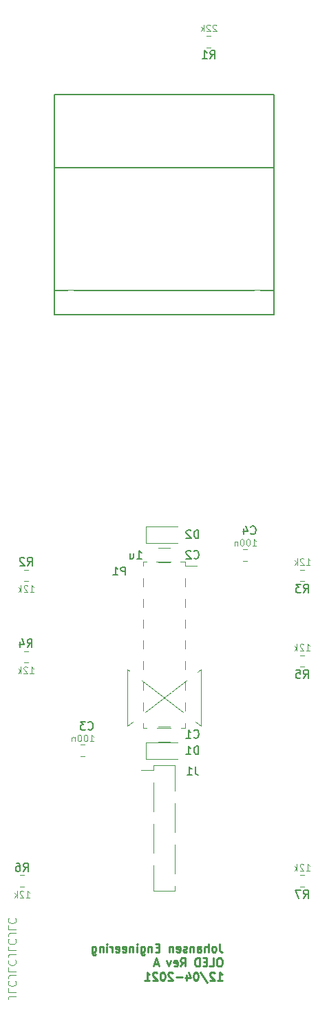
<source format=gbo>
G04 #@! TF.GenerationSoftware,KiCad,Pcbnew,(5.1.9)-1*
G04 #@! TF.CreationDate,2021-04-12T22:44:31+02:00*
G04 #@! TF.ProjectId,KicadJE_Face,4b696361-644a-4455-9f46-6163652e6b69,rev?*
G04 #@! TF.SameCoordinates,Original*
G04 #@! TF.FileFunction,Legend,Bot*
G04 #@! TF.FilePolarity,Positive*
%FSLAX46Y46*%
G04 Gerber Fmt 4.6, Leading zero omitted, Abs format (unit mm)*
G04 Created by KiCad (PCBNEW (5.1.9)-1) date 2021-04-12 22:44:31*
%MOMM*%
%LPD*%
G01*
G04 APERTURE LIST*
%ADD10C,0.120000*%
%ADD11C,0.150000*%
%ADD12C,0.100000*%
%ADD13C,0.250000*%
%ADD14O,7.102000X4.102000*%
%ADD15C,6.602000*%
%ADD16C,2.902000*%
G04 APERTURE END LIST*
D10*
X208500000Y-123000000D02*
X208500000Y-130000000D01*
X217500000Y-130000000D02*
X208500000Y-123000000D01*
X217500000Y-123000000D02*
X217500000Y-130000000D01*
X208500000Y-130000000D02*
X217500000Y-123000000D01*
D11*
X226500000Y-76500000D02*
X199500000Y-76500000D01*
X226500000Y-52500000D02*
X199500000Y-52500000D01*
X226500000Y-79500000D02*
X199500000Y-79500000D01*
X226500000Y-61500000D02*
X199500000Y-61500000D01*
X226500000Y-79500000D02*
X226500000Y-52500000D01*
X199500000Y-79500000D02*
X199500000Y-52500000D01*
D12*
X194797619Y-163119047D02*
X194083333Y-163119047D01*
X193940476Y-163166666D01*
X193845238Y-163261904D01*
X193797619Y-163404761D01*
X193797619Y-163500000D01*
X193797619Y-162166666D02*
X193797619Y-162642857D01*
X194797619Y-162642857D01*
X193892857Y-161261904D02*
X193845238Y-161309523D01*
X193797619Y-161452380D01*
X193797619Y-161547619D01*
X193845238Y-161690476D01*
X193940476Y-161785714D01*
X194035714Y-161833333D01*
X194226190Y-161880952D01*
X194369047Y-161880952D01*
X194559523Y-161833333D01*
X194654761Y-161785714D01*
X194750000Y-161690476D01*
X194797619Y-161547619D01*
X194797619Y-161452380D01*
X194750000Y-161309523D01*
X194702380Y-161261904D01*
X194797619Y-160547619D02*
X194083333Y-160547619D01*
X193940476Y-160595238D01*
X193845238Y-160690476D01*
X193797619Y-160833333D01*
X193797619Y-160928571D01*
X193797619Y-159595238D02*
X193797619Y-160071428D01*
X194797619Y-160071428D01*
X193892857Y-158690476D02*
X193845238Y-158738095D01*
X193797619Y-158880952D01*
X193797619Y-158976190D01*
X193845238Y-159119047D01*
X193940476Y-159214285D01*
X194035714Y-159261904D01*
X194226190Y-159309523D01*
X194369047Y-159309523D01*
X194559523Y-159261904D01*
X194654761Y-159214285D01*
X194750000Y-159119047D01*
X194797619Y-158976190D01*
X194797619Y-158880952D01*
X194750000Y-158738095D01*
X194702380Y-158690476D01*
X194797619Y-157976190D02*
X194083333Y-157976190D01*
X193940476Y-158023809D01*
X193845238Y-158119047D01*
X193797619Y-158261904D01*
X193797619Y-158357142D01*
X193797619Y-157023809D02*
X193797619Y-157500000D01*
X194797619Y-157500000D01*
X193892857Y-156119047D02*
X193845238Y-156166666D01*
X193797619Y-156309523D01*
X193797619Y-156404761D01*
X193845238Y-156547619D01*
X193940476Y-156642857D01*
X194035714Y-156690476D01*
X194226190Y-156738095D01*
X194369047Y-156738095D01*
X194559523Y-156690476D01*
X194654761Y-156642857D01*
X194750000Y-156547619D01*
X194797619Y-156404761D01*
X194797619Y-156309523D01*
X194750000Y-156166666D01*
X194702380Y-156119047D01*
X194797619Y-155404761D02*
X194083333Y-155404761D01*
X193940476Y-155452380D01*
X193845238Y-155547619D01*
X193797619Y-155690476D01*
X193797619Y-155785714D01*
X193797619Y-154452380D02*
X193797619Y-154928571D01*
X194797619Y-154928571D01*
X193892857Y-153547619D02*
X193845238Y-153595238D01*
X193797619Y-153738095D01*
X193797619Y-153833333D01*
X193845238Y-153976190D01*
X193940476Y-154071428D01*
X194035714Y-154119047D01*
X194226190Y-154166666D01*
X194369047Y-154166666D01*
X194559523Y-154119047D01*
X194654761Y-154071428D01*
X194750000Y-153976190D01*
X194797619Y-153833333D01*
X194797619Y-153738095D01*
X194750000Y-153595238D01*
X194702380Y-153547619D01*
D13*
X219813690Y-156702380D02*
X219813690Y-157416666D01*
X219861309Y-157559523D01*
X219956547Y-157654761D01*
X220099404Y-157702380D01*
X220194642Y-157702380D01*
X219194642Y-157702380D02*
X219289880Y-157654761D01*
X219337500Y-157607142D01*
X219385119Y-157511904D01*
X219385119Y-157226190D01*
X219337500Y-157130952D01*
X219289880Y-157083333D01*
X219194642Y-157035714D01*
X219051785Y-157035714D01*
X218956547Y-157083333D01*
X218908928Y-157130952D01*
X218861309Y-157226190D01*
X218861309Y-157511904D01*
X218908928Y-157607142D01*
X218956547Y-157654761D01*
X219051785Y-157702380D01*
X219194642Y-157702380D01*
X218432738Y-157702380D02*
X218432738Y-156702380D01*
X218004166Y-157702380D02*
X218004166Y-157178571D01*
X218051785Y-157083333D01*
X218147023Y-157035714D01*
X218289880Y-157035714D01*
X218385119Y-157083333D01*
X218432738Y-157130952D01*
X217099404Y-157702380D02*
X217099404Y-157178571D01*
X217147023Y-157083333D01*
X217242261Y-157035714D01*
X217432738Y-157035714D01*
X217527976Y-157083333D01*
X217099404Y-157654761D02*
X217194642Y-157702380D01*
X217432738Y-157702380D01*
X217527976Y-157654761D01*
X217575595Y-157559523D01*
X217575595Y-157464285D01*
X217527976Y-157369047D01*
X217432738Y-157321428D01*
X217194642Y-157321428D01*
X217099404Y-157273809D01*
X216623214Y-157035714D02*
X216623214Y-157702380D01*
X216623214Y-157130952D02*
X216575595Y-157083333D01*
X216480357Y-157035714D01*
X216337500Y-157035714D01*
X216242261Y-157083333D01*
X216194642Y-157178571D01*
X216194642Y-157702380D01*
X215766071Y-157654761D02*
X215670833Y-157702380D01*
X215480357Y-157702380D01*
X215385119Y-157654761D01*
X215337500Y-157559523D01*
X215337500Y-157511904D01*
X215385119Y-157416666D01*
X215480357Y-157369047D01*
X215623214Y-157369047D01*
X215718452Y-157321428D01*
X215766071Y-157226190D01*
X215766071Y-157178571D01*
X215718452Y-157083333D01*
X215623214Y-157035714D01*
X215480357Y-157035714D01*
X215385119Y-157083333D01*
X214527976Y-157654761D02*
X214623214Y-157702380D01*
X214813690Y-157702380D01*
X214908928Y-157654761D01*
X214956547Y-157559523D01*
X214956547Y-157178571D01*
X214908928Y-157083333D01*
X214813690Y-157035714D01*
X214623214Y-157035714D01*
X214527976Y-157083333D01*
X214480357Y-157178571D01*
X214480357Y-157273809D01*
X214956547Y-157369047D01*
X214051785Y-157035714D02*
X214051785Y-157702380D01*
X214051785Y-157130952D02*
X214004166Y-157083333D01*
X213908928Y-157035714D01*
X213766071Y-157035714D01*
X213670833Y-157083333D01*
X213623214Y-157178571D01*
X213623214Y-157702380D01*
X212385119Y-157178571D02*
X212051785Y-157178571D01*
X211908928Y-157702380D02*
X212385119Y-157702380D01*
X212385119Y-156702380D01*
X211908928Y-156702380D01*
X211480357Y-157035714D02*
X211480357Y-157702380D01*
X211480357Y-157130952D02*
X211432738Y-157083333D01*
X211337500Y-157035714D01*
X211194642Y-157035714D01*
X211099404Y-157083333D01*
X211051785Y-157178571D01*
X211051785Y-157702380D01*
X210147023Y-157035714D02*
X210147023Y-157845238D01*
X210194642Y-157940476D01*
X210242261Y-157988095D01*
X210337500Y-158035714D01*
X210480357Y-158035714D01*
X210575595Y-157988095D01*
X210147023Y-157654761D02*
X210242261Y-157702380D01*
X210432738Y-157702380D01*
X210527976Y-157654761D01*
X210575595Y-157607142D01*
X210623214Y-157511904D01*
X210623214Y-157226190D01*
X210575595Y-157130952D01*
X210527976Y-157083333D01*
X210432738Y-157035714D01*
X210242261Y-157035714D01*
X210147023Y-157083333D01*
X209670833Y-157702380D02*
X209670833Y-157035714D01*
X209670833Y-156702380D02*
X209718452Y-156750000D01*
X209670833Y-156797619D01*
X209623214Y-156750000D01*
X209670833Y-156702380D01*
X209670833Y-156797619D01*
X209194642Y-157035714D02*
X209194642Y-157702380D01*
X209194642Y-157130952D02*
X209147023Y-157083333D01*
X209051785Y-157035714D01*
X208908928Y-157035714D01*
X208813690Y-157083333D01*
X208766071Y-157178571D01*
X208766071Y-157702380D01*
X207908928Y-157654761D02*
X208004166Y-157702380D01*
X208194642Y-157702380D01*
X208289880Y-157654761D01*
X208337500Y-157559523D01*
X208337500Y-157178571D01*
X208289880Y-157083333D01*
X208194642Y-157035714D01*
X208004166Y-157035714D01*
X207908928Y-157083333D01*
X207861309Y-157178571D01*
X207861309Y-157273809D01*
X208337500Y-157369047D01*
X207051785Y-157654761D02*
X207147023Y-157702380D01*
X207337500Y-157702380D01*
X207432738Y-157654761D01*
X207480357Y-157559523D01*
X207480357Y-157178571D01*
X207432738Y-157083333D01*
X207337500Y-157035714D01*
X207147023Y-157035714D01*
X207051785Y-157083333D01*
X207004166Y-157178571D01*
X207004166Y-157273809D01*
X207480357Y-157369047D01*
X206575595Y-157702380D02*
X206575595Y-157035714D01*
X206575595Y-157226190D02*
X206527976Y-157130952D01*
X206480357Y-157083333D01*
X206385119Y-157035714D01*
X206289880Y-157035714D01*
X205956547Y-157702380D02*
X205956547Y-157035714D01*
X205956547Y-156702380D02*
X206004166Y-156750000D01*
X205956547Y-156797619D01*
X205908928Y-156750000D01*
X205956547Y-156702380D01*
X205956547Y-156797619D01*
X205480357Y-157035714D02*
X205480357Y-157702380D01*
X205480357Y-157130952D02*
X205432738Y-157083333D01*
X205337500Y-157035714D01*
X205194642Y-157035714D01*
X205099404Y-157083333D01*
X205051785Y-157178571D01*
X205051785Y-157702380D01*
X204147023Y-157035714D02*
X204147023Y-157845238D01*
X204194642Y-157940476D01*
X204242261Y-157988095D01*
X204337500Y-158035714D01*
X204480357Y-158035714D01*
X204575595Y-157988095D01*
X204147023Y-157654761D02*
X204242261Y-157702380D01*
X204432738Y-157702380D01*
X204527976Y-157654761D01*
X204575595Y-157607142D01*
X204623214Y-157511904D01*
X204623214Y-157226190D01*
X204575595Y-157130952D01*
X204527976Y-157083333D01*
X204432738Y-157035714D01*
X204242261Y-157035714D01*
X204147023Y-157083333D01*
X219908928Y-158452380D02*
X219718452Y-158452380D01*
X219623214Y-158500000D01*
X219527976Y-158595238D01*
X219480357Y-158785714D01*
X219480357Y-159119047D01*
X219527976Y-159309523D01*
X219623214Y-159404761D01*
X219718452Y-159452380D01*
X219908928Y-159452380D01*
X220004166Y-159404761D01*
X220099404Y-159309523D01*
X220147023Y-159119047D01*
X220147023Y-158785714D01*
X220099404Y-158595238D01*
X220004166Y-158500000D01*
X219908928Y-158452380D01*
X218575595Y-159452380D02*
X219051785Y-159452380D01*
X219051785Y-158452380D01*
X218242261Y-158928571D02*
X217908928Y-158928571D01*
X217766071Y-159452380D02*
X218242261Y-159452380D01*
X218242261Y-158452380D01*
X217766071Y-158452380D01*
X217337500Y-159452380D02*
X217337500Y-158452380D01*
X217099404Y-158452380D01*
X216956547Y-158500000D01*
X216861309Y-158595238D01*
X216813690Y-158690476D01*
X216766071Y-158880952D01*
X216766071Y-159023809D01*
X216813690Y-159214285D01*
X216861309Y-159309523D01*
X216956547Y-159404761D01*
X217099404Y-159452380D01*
X217337500Y-159452380D01*
X215004166Y-159452380D02*
X215337499Y-158976190D01*
X215575595Y-159452380D02*
X215575595Y-158452380D01*
X215194642Y-158452380D01*
X215099404Y-158500000D01*
X215051785Y-158547619D01*
X215004166Y-158642857D01*
X215004166Y-158785714D01*
X215051785Y-158880952D01*
X215099404Y-158928571D01*
X215194642Y-158976190D01*
X215575595Y-158976190D01*
X214194642Y-159404761D02*
X214289880Y-159452380D01*
X214480357Y-159452380D01*
X214575595Y-159404761D01*
X214623214Y-159309523D01*
X214623214Y-158928571D01*
X214575595Y-158833333D01*
X214480357Y-158785714D01*
X214289880Y-158785714D01*
X214194642Y-158833333D01*
X214147023Y-158928571D01*
X214147023Y-159023809D01*
X214623214Y-159119047D01*
X213813690Y-158785714D02*
X213575595Y-159452380D01*
X213337499Y-158785714D01*
X212242261Y-159166666D02*
X211766071Y-159166666D01*
X212337499Y-159452380D02*
X212004166Y-158452380D01*
X211670833Y-159452380D01*
X219575595Y-161202380D02*
X220147023Y-161202380D01*
X219861309Y-161202380D02*
X219861309Y-160202380D01*
X219956547Y-160345238D01*
X220051785Y-160440476D01*
X220147023Y-160488095D01*
X219194642Y-160297619D02*
X219147023Y-160250000D01*
X219051785Y-160202380D01*
X218813690Y-160202380D01*
X218718452Y-160250000D01*
X218670833Y-160297619D01*
X218623214Y-160392857D01*
X218623214Y-160488095D01*
X218670833Y-160630952D01*
X219242261Y-161202380D01*
X218623214Y-161202380D01*
X217480357Y-160154761D02*
X218337500Y-161440476D01*
X216956547Y-160202380D02*
X216861309Y-160202380D01*
X216766071Y-160250000D01*
X216718452Y-160297619D01*
X216670833Y-160392857D01*
X216623214Y-160583333D01*
X216623214Y-160821428D01*
X216670833Y-161011904D01*
X216718452Y-161107142D01*
X216766071Y-161154761D01*
X216861309Y-161202380D01*
X216956547Y-161202380D01*
X217051785Y-161154761D01*
X217099404Y-161107142D01*
X217147023Y-161011904D01*
X217194642Y-160821428D01*
X217194642Y-160583333D01*
X217147023Y-160392857D01*
X217099404Y-160297619D01*
X217051785Y-160250000D01*
X216956547Y-160202380D01*
X215766071Y-160535714D02*
X215766071Y-161202380D01*
X216004166Y-160154761D02*
X216242261Y-160869047D01*
X215623214Y-160869047D01*
X215242261Y-160821428D02*
X214480357Y-160821428D01*
X214051785Y-160297619D02*
X214004166Y-160250000D01*
X213908928Y-160202380D01*
X213670833Y-160202380D01*
X213575595Y-160250000D01*
X213527976Y-160297619D01*
X213480357Y-160392857D01*
X213480357Y-160488095D01*
X213527976Y-160630952D01*
X214099404Y-161202380D01*
X213480357Y-161202380D01*
X212861309Y-160202380D02*
X212766071Y-160202380D01*
X212670833Y-160250000D01*
X212623214Y-160297619D01*
X212575595Y-160392857D01*
X212527976Y-160583333D01*
X212527976Y-160821428D01*
X212575595Y-161011904D01*
X212623214Y-161107142D01*
X212670833Y-161154761D01*
X212766071Y-161202380D01*
X212861309Y-161202380D01*
X212956547Y-161154761D01*
X213004166Y-161107142D01*
X213051785Y-161011904D01*
X213099404Y-160821428D01*
X213099404Y-160583333D01*
X213051785Y-160392857D01*
X213004166Y-160297619D01*
X212956547Y-160250000D01*
X212861309Y-160202380D01*
X212147023Y-160297619D02*
X212099404Y-160250000D01*
X212004166Y-160202380D01*
X211766071Y-160202380D01*
X211670833Y-160250000D01*
X211623214Y-160297619D01*
X211575595Y-160392857D01*
X211575595Y-160488095D01*
X211623214Y-160630952D01*
X212194642Y-161202380D01*
X211575595Y-161202380D01*
X210623214Y-161202380D02*
X211194642Y-161202380D01*
X210908928Y-161202380D02*
X210908928Y-160202380D01*
X211004166Y-160345238D01*
X211099404Y-160440476D01*
X211194642Y-160488095D01*
D10*
X212288748Y-131910000D02*
X213711252Y-131910000D01*
X212288748Y-130090000D02*
X213711252Y-130090000D01*
X212288748Y-108090000D02*
X213711252Y-108090000D01*
X212288748Y-109910000D02*
X213711252Y-109910000D01*
X203236252Y-132290000D02*
X202713748Y-132290000D01*
X203236252Y-133710000D02*
X202713748Y-133710000D01*
X223236252Y-109710000D02*
X222713748Y-109710000D01*
X223236252Y-108290000D02*
X222713748Y-108290000D01*
X210750000Y-134000000D02*
X210750000Y-132000000D01*
X210750000Y-132000000D02*
X214650000Y-132000000D01*
X210750000Y-134000000D02*
X214650000Y-134000000D01*
X210750000Y-107500000D02*
X214650000Y-107500000D01*
X210750000Y-105500000D02*
X214650000Y-105500000D01*
X210750000Y-107500000D02*
X210750000Y-105500000D01*
X218238748Y-46710000D02*
X218761252Y-46710000D01*
X218238748Y-45290000D02*
X218761252Y-45290000D01*
X196286252Y-112210000D02*
X195763748Y-112210000D01*
X196286252Y-110790000D02*
X195763748Y-110790000D01*
X229738748Y-112210000D02*
X230261252Y-112210000D01*
X229738748Y-110790000D02*
X230261252Y-110790000D01*
X196261252Y-122210000D02*
X195738748Y-122210000D01*
X196261252Y-120790000D02*
X195738748Y-120790000D01*
X229713748Y-121290000D02*
X230236252Y-121290000D01*
X229713748Y-122710000D02*
X230236252Y-122710000D01*
X195786252Y-149710000D02*
X195263748Y-149710000D01*
X195786252Y-148290000D02*
X195263748Y-148290000D01*
X229713748Y-149710000D02*
X230236252Y-149710000D01*
X229713748Y-148290000D02*
X230236252Y-148290000D01*
X214330000Y-144530000D02*
X214330000Y-148090000D01*
X214330000Y-139450000D02*
X214330000Y-143010000D01*
X214330000Y-149610000D02*
X214330000Y-150180000D01*
X211670000Y-134820000D02*
X211670000Y-135390000D01*
X211670000Y-135390000D02*
X210150000Y-135390000D01*
X214330000Y-134820000D02*
X214330000Y-137930000D01*
X211670000Y-147070000D02*
X211670000Y-150180000D01*
X211670000Y-141990000D02*
X211670000Y-145550000D01*
X211670000Y-136910000D02*
X211670000Y-140470000D01*
X214330000Y-150180000D02*
X211670000Y-150180000D01*
X214330000Y-134820000D02*
X211670000Y-134820000D01*
X210400000Y-127110000D02*
X210400000Y-128130000D01*
X215600000Y-127110000D02*
X215600000Y-128130000D01*
X210400000Y-124570000D02*
X210400000Y-125590000D01*
X215600000Y-124570000D02*
X215600000Y-125590000D01*
X210400000Y-122030000D02*
X210400000Y-123050000D01*
X215600000Y-122030000D02*
X215600000Y-123050000D01*
X210400000Y-119490000D02*
X210400000Y-120510000D01*
X215600000Y-119490000D02*
X215600000Y-120510000D01*
X210400000Y-116950000D02*
X210400000Y-117970000D01*
X215600000Y-116950000D02*
X215600000Y-117970000D01*
X210400000Y-114410000D02*
X210400000Y-115430000D01*
X215600000Y-114410000D02*
X215600000Y-115430000D01*
X210400000Y-111870000D02*
X210400000Y-112890000D01*
X215600000Y-111870000D02*
X215600000Y-112890000D01*
X210400000Y-129650000D02*
X210400000Y-130220000D01*
X215600000Y-129650000D02*
X215600000Y-130220000D01*
X210400000Y-109780000D02*
X210400000Y-110350000D01*
X215600000Y-109780000D02*
X215600000Y-110350000D01*
X217040000Y-110350000D02*
X215600000Y-110350000D01*
X215600000Y-130220000D02*
X210400000Y-130220000D01*
X215600000Y-109780000D02*
X210400000Y-109780000D01*
D11*
X216666666Y-131357142D02*
X216714285Y-131404761D01*
X216857142Y-131452380D01*
X216952380Y-131452380D01*
X217095238Y-131404761D01*
X217190476Y-131309523D01*
X217238095Y-131214285D01*
X217285714Y-131023809D01*
X217285714Y-130880952D01*
X217238095Y-130690476D01*
X217190476Y-130595238D01*
X217095238Y-130500000D01*
X216952380Y-130452380D01*
X216857142Y-130452380D01*
X216714285Y-130500000D01*
X216666666Y-130547619D01*
X215714285Y-131452380D02*
X216285714Y-131452380D01*
X216000000Y-131452380D02*
X216000000Y-130452380D01*
X216095238Y-130595238D01*
X216190476Y-130690476D01*
X216285714Y-130738095D01*
X216666666Y-109357142D02*
X216714285Y-109404761D01*
X216857142Y-109452380D01*
X216952380Y-109452380D01*
X217095238Y-109404761D01*
X217190476Y-109309523D01*
X217238095Y-109214285D01*
X217285714Y-109023809D01*
X217285714Y-108880952D01*
X217238095Y-108690476D01*
X217190476Y-108595238D01*
X217095238Y-108500000D01*
X216952380Y-108452380D01*
X216857142Y-108452380D01*
X216714285Y-108500000D01*
X216666666Y-108547619D01*
X216285714Y-108547619D02*
X216238095Y-108500000D01*
X216142857Y-108452380D01*
X215904761Y-108452380D01*
X215809523Y-108500000D01*
X215761904Y-108547619D01*
X215714285Y-108642857D01*
X215714285Y-108738095D01*
X215761904Y-108880952D01*
X216333333Y-109452380D01*
X215714285Y-109452380D01*
X209666666Y-109452380D02*
X210238095Y-109452380D01*
X209952380Y-109452380D02*
X209952380Y-108452380D01*
X210047619Y-108595238D01*
X210142857Y-108690476D01*
X210238095Y-108738095D01*
X208809523Y-108785714D02*
X208809523Y-109452380D01*
X209238095Y-108785714D02*
X209238095Y-109309523D01*
X209190476Y-109404761D01*
X209095238Y-109452380D01*
X208952380Y-109452380D01*
X208857142Y-109404761D01*
X208809523Y-109357142D01*
X203666666Y-130357142D02*
X203714285Y-130404761D01*
X203857142Y-130452380D01*
X203952380Y-130452380D01*
X204095238Y-130404761D01*
X204190476Y-130309523D01*
X204238095Y-130214285D01*
X204285714Y-130023809D01*
X204285714Y-129880952D01*
X204238095Y-129690476D01*
X204190476Y-129595238D01*
X204095238Y-129500000D01*
X203952380Y-129452380D01*
X203857142Y-129452380D01*
X203714285Y-129500000D01*
X203666666Y-129547619D01*
X203333333Y-129452380D02*
X202714285Y-129452380D01*
X203047619Y-129833333D01*
X202904761Y-129833333D01*
X202809523Y-129880952D01*
X202761904Y-129928571D01*
X202714285Y-130023809D01*
X202714285Y-130261904D01*
X202761904Y-130357142D01*
X202809523Y-130404761D01*
X202904761Y-130452380D01*
X203190476Y-130452380D01*
X203285714Y-130404761D01*
X203333333Y-130357142D01*
D12*
X203870238Y-131861904D02*
X204327380Y-131861904D01*
X204098809Y-131861904D02*
X204098809Y-131061904D01*
X204175000Y-131176190D01*
X204251190Y-131252380D01*
X204327380Y-131290476D01*
X203375000Y-131061904D02*
X203298809Y-131061904D01*
X203222619Y-131100000D01*
X203184523Y-131138095D01*
X203146428Y-131214285D01*
X203108333Y-131366666D01*
X203108333Y-131557142D01*
X203146428Y-131709523D01*
X203184523Y-131785714D01*
X203222619Y-131823809D01*
X203298809Y-131861904D01*
X203375000Y-131861904D01*
X203451190Y-131823809D01*
X203489285Y-131785714D01*
X203527380Y-131709523D01*
X203565476Y-131557142D01*
X203565476Y-131366666D01*
X203527380Y-131214285D01*
X203489285Y-131138095D01*
X203451190Y-131100000D01*
X203375000Y-131061904D01*
X202613095Y-131061904D02*
X202536904Y-131061904D01*
X202460714Y-131100000D01*
X202422619Y-131138095D01*
X202384523Y-131214285D01*
X202346428Y-131366666D01*
X202346428Y-131557142D01*
X202384523Y-131709523D01*
X202422619Y-131785714D01*
X202460714Y-131823809D01*
X202536904Y-131861904D01*
X202613095Y-131861904D01*
X202689285Y-131823809D01*
X202727380Y-131785714D01*
X202765476Y-131709523D01*
X202803571Y-131557142D01*
X202803571Y-131366666D01*
X202765476Y-131214285D01*
X202727380Y-131138095D01*
X202689285Y-131100000D01*
X202613095Y-131061904D01*
X202003571Y-131328571D02*
X202003571Y-131861904D01*
X202003571Y-131404761D02*
X201965476Y-131366666D01*
X201889285Y-131328571D01*
X201775000Y-131328571D01*
X201698809Y-131366666D01*
X201660714Y-131442857D01*
X201660714Y-131861904D01*
D11*
X223666666Y-106357142D02*
X223714285Y-106404761D01*
X223857142Y-106452380D01*
X223952380Y-106452380D01*
X224095238Y-106404761D01*
X224190476Y-106309523D01*
X224238095Y-106214285D01*
X224285714Y-106023809D01*
X224285714Y-105880952D01*
X224238095Y-105690476D01*
X224190476Y-105595238D01*
X224095238Y-105500000D01*
X223952380Y-105452380D01*
X223857142Y-105452380D01*
X223714285Y-105500000D01*
X223666666Y-105547619D01*
X222809523Y-105785714D02*
X222809523Y-106452380D01*
X223047619Y-105404761D02*
X223285714Y-106119047D01*
X222666666Y-106119047D01*
D12*
X223870238Y-107861904D02*
X224327380Y-107861904D01*
X224098809Y-107861904D02*
X224098809Y-107061904D01*
X224175000Y-107176190D01*
X224251190Y-107252380D01*
X224327380Y-107290476D01*
X223375000Y-107061904D02*
X223298809Y-107061904D01*
X223222619Y-107100000D01*
X223184523Y-107138095D01*
X223146428Y-107214285D01*
X223108333Y-107366666D01*
X223108333Y-107557142D01*
X223146428Y-107709523D01*
X223184523Y-107785714D01*
X223222619Y-107823809D01*
X223298809Y-107861904D01*
X223375000Y-107861904D01*
X223451190Y-107823809D01*
X223489285Y-107785714D01*
X223527380Y-107709523D01*
X223565476Y-107557142D01*
X223565476Y-107366666D01*
X223527380Y-107214285D01*
X223489285Y-107138095D01*
X223451190Y-107100000D01*
X223375000Y-107061904D01*
X222613095Y-107061904D02*
X222536904Y-107061904D01*
X222460714Y-107100000D01*
X222422619Y-107138095D01*
X222384523Y-107214285D01*
X222346428Y-107366666D01*
X222346428Y-107557142D01*
X222384523Y-107709523D01*
X222422619Y-107785714D01*
X222460714Y-107823809D01*
X222536904Y-107861904D01*
X222613095Y-107861904D01*
X222689285Y-107823809D01*
X222727380Y-107785714D01*
X222765476Y-107709523D01*
X222803571Y-107557142D01*
X222803571Y-107366666D01*
X222765476Y-107214285D01*
X222727380Y-107138095D01*
X222689285Y-107100000D01*
X222613095Y-107061904D01*
X222003571Y-107328571D02*
X222003571Y-107861904D01*
X222003571Y-107404761D02*
X221965476Y-107366666D01*
X221889285Y-107328571D01*
X221775000Y-107328571D01*
X221698809Y-107366666D01*
X221660714Y-107442857D01*
X221660714Y-107861904D01*
D11*
X217238095Y-133452380D02*
X217238095Y-132452380D01*
X217000000Y-132452380D01*
X216857142Y-132500000D01*
X216761904Y-132595238D01*
X216714285Y-132690476D01*
X216666666Y-132880952D01*
X216666666Y-133023809D01*
X216714285Y-133214285D01*
X216761904Y-133309523D01*
X216857142Y-133404761D01*
X217000000Y-133452380D01*
X217238095Y-133452380D01*
X215714285Y-133452380D02*
X216285714Y-133452380D01*
X216000000Y-133452380D02*
X216000000Y-132452380D01*
X216095238Y-132595238D01*
X216190476Y-132690476D01*
X216285714Y-132738095D01*
X217238095Y-106952380D02*
X217238095Y-105952380D01*
X217000000Y-105952380D01*
X216857142Y-106000000D01*
X216761904Y-106095238D01*
X216714285Y-106190476D01*
X216666666Y-106380952D01*
X216666666Y-106523809D01*
X216714285Y-106714285D01*
X216761904Y-106809523D01*
X216857142Y-106904761D01*
X217000000Y-106952380D01*
X217238095Y-106952380D01*
X216285714Y-106047619D02*
X216238095Y-106000000D01*
X216142857Y-105952380D01*
X215904761Y-105952380D01*
X215809523Y-106000000D01*
X215761904Y-106047619D01*
X215714285Y-106142857D01*
X215714285Y-106238095D01*
X215761904Y-106380952D01*
X216333333Y-106952380D01*
X215714285Y-106952380D01*
X218666666Y-48102380D02*
X219000000Y-47626190D01*
X219238095Y-48102380D02*
X219238095Y-47102380D01*
X218857142Y-47102380D01*
X218761904Y-47150000D01*
X218714285Y-47197619D01*
X218666666Y-47292857D01*
X218666666Y-47435714D01*
X218714285Y-47530952D01*
X218761904Y-47578571D01*
X218857142Y-47626190D01*
X219238095Y-47626190D01*
X217714285Y-48102380D02*
X218285714Y-48102380D01*
X218000000Y-48102380D02*
X218000000Y-47102380D01*
X218095238Y-47245238D01*
X218190476Y-47340476D01*
X218285714Y-47388095D01*
D12*
X219433333Y-43988095D02*
X219395238Y-43950000D01*
X219319047Y-43911904D01*
X219128571Y-43911904D01*
X219052380Y-43950000D01*
X219014285Y-43988095D01*
X218976190Y-44064285D01*
X218976190Y-44140476D01*
X219014285Y-44254761D01*
X219471428Y-44711904D01*
X218976190Y-44711904D01*
X218671428Y-43988095D02*
X218633333Y-43950000D01*
X218557142Y-43911904D01*
X218366666Y-43911904D01*
X218290476Y-43950000D01*
X218252380Y-43988095D01*
X218214285Y-44064285D01*
X218214285Y-44140476D01*
X218252380Y-44254761D01*
X218709523Y-44711904D01*
X218214285Y-44711904D01*
X217871428Y-44711904D02*
X217871428Y-43911904D01*
X217795238Y-44407142D02*
X217566666Y-44711904D01*
X217566666Y-44178571D02*
X217871428Y-44483333D01*
D11*
X196191666Y-110302380D02*
X196525000Y-109826190D01*
X196763095Y-110302380D02*
X196763095Y-109302380D01*
X196382142Y-109302380D01*
X196286904Y-109350000D01*
X196239285Y-109397619D01*
X196191666Y-109492857D01*
X196191666Y-109635714D01*
X196239285Y-109730952D01*
X196286904Y-109778571D01*
X196382142Y-109826190D01*
X196763095Y-109826190D01*
X195810714Y-109397619D02*
X195763095Y-109350000D01*
X195667857Y-109302380D01*
X195429761Y-109302380D01*
X195334523Y-109350000D01*
X195286904Y-109397619D01*
X195239285Y-109492857D01*
X195239285Y-109588095D01*
X195286904Y-109730952D01*
X195858333Y-110302380D01*
X195239285Y-110302380D01*
D12*
X196501190Y-113511904D02*
X196958333Y-113511904D01*
X196729761Y-113511904D02*
X196729761Y-112711904D01*
X196805952Y-112826190D01*
X196882142Y-112902380D01*
X196958333Y-112940476D01*
X196196428Y-112788095D02*
X196158333Y-112750000D01*
X196082142Y-112711904D01*
X195891666Y-112711904D01*
X195815476Y-112750000D01*
X195777380Y-112788095D01*
X195739285Y-112864285D01*
X195739285Y-112940476D01*
X195777380Y-113054761D01*
X196234523Y-113511904D01*
X195739285Y-113511904D01*
X195396428Y-113511904D02*
X195396428Y-112711904D01*
X195320238Y-113207142D02*
X195091666Y-113511904D01*
X195091666Y-112978571D02*
X195396428Y-113283333D01*
D11*
X230166666Y-113602380D02*
X230500000Y-113126190D01*
X230738095Y-113602380D02*
X230738095Y-112602380D01*
X230357142Y-112602380D01*
X230261904Y-112650000D01*
X230214285Y-112697619D01*
X230166666Y-112792857D01*
X230166666Y-112935714D01*
X230214285Y-113030952D01*
X230261904Y-113078571D01*
X230357142Y-113126190D01*
X230738095Y-113126190D01*
X229833333Y-112602380D02*
X229214285Y-112602380D01*
X229547619Y-112983333D01*
X229404761Y-112983333D01*
X229309523Y-113030952D01*
X229261904Y-113078571D01*
X229214285Y-113173809D01*
X229214285Y-113411904D01*
X229261904Y-113507142D01*
X229309523Y-113554761D01*
X229404761Y-113602380D01*
X229690476Y-113602380D01*
X229785714Y-113554761D01*
X229833333Y-113507142D01*
D12*
X230476190Y-110211904D02*
X230933333Y-110211904D01*
X230704761Y-110211904D02*
X230704761Y-109411904D01*
X230780952Y-109526190D01*
X230857142Y-109602380D01*
X230933333Y-109640476D01*
X230171428Y-109488095D02*
X230133333Y-109450000D01*
X230057142Y-109411904D01*
X229866666Y-109411904D01*
X229790476Y-109450000D01*
X229752380Y-109488095D01*
X229714285Y-109564285D01*
X229714285Y-109640476D01*
X229752380Y-109754761D01*
X230209523Y-110211904D01*
X229714285Y-110211904D01*
X229371428Y-110211904D02*
X229371428Y-109411904D01*
X229295238Y-109907142D02*
X229066666Y-110211904D01*
X229066666Y-109678571D02*
X229371428Y-109983333D01*
D11*
X196166666Y-120302380D02*
X196500000Y-119826190D01*
X196738095Y-120302380D02*
X196738095Y-119302380D01*
X196357142Y-119302380D01*
X196261904Y-119350000D01*
X196214285Y-119397619D01*
X196166666Y-119492857D01*
X196166666Y-119635714D01*
X196214285Y-119730952D01*
X196261904Y-119778571D01*
X196357142Y-119826190D01*
X196738095Y-119826190D01*
X195309523Y-119635714D02*
X195309523Y-120302380D01*
X195547619Y-119254761D02*
X195785714Y-119969047D01*
X195166666Y-119969047D01*
D12*
X196476190Y-123511904D02*
X196933333Y-123511904D01*
X196704761Y-123511904D02*
X196704761Y-122711904D01*
X196780952Y-122826190D01*
X196857142Y-122902380D01*
X196933333Y-122940476D01*
X196171428Y-122788095D02*
X196133333Y-122750000D01*
X196057142Y-122711904D01*
X195866666Y-122711904D01*
X195790476Y-122750000D01*
X195752380Y-122788095D01*
X195714285Y-122864285D01*
X195714285Y-122940476D01*
X195752380Y-123054761D01*
X196209523Y-123511904D01*
X195714285Y-123511904D01*
X195371428Y-123511904D02*
X195371428Y-122711904D01*
X195295238Y-123207142D02*
X195066666Y-123511904D01*
X195066666Y-122978571D02*
X195371428Y-123283333D01*
D11*
X230141666Y-124102380D02*
X230475000Y-123626190D01*
X230713095Y-124102380D02*
X230713095Y-123102380D01*
X230332142Y-123102380D01*
X230236904Y-123150000D01*
X230189285Y-123197619D01*
X230141666Y-123292857D01*
X230141666Y-123435714D01*
X230189285Y-123530952D01*
X230236904Y-123578571D01*
X230332142Y-123626190D01*
X230713095Y-123626190D01*
X229236904Y-123102380D02*
X229713095Y-123102380D01*
X229760714Y-123578571D01*
X229713095Y-123530952D01*
X229617857Y-123483333D01*
X229379761Y-123483333D01*
X229284523Y-123530952D01*
X229236904Y-123578571D01*
X229189285Y-123673809D01*
X229189285Y-123911904D01*
X229236904Y-124007142D01*
X229284523Y-124054761D01*
X229379761Y-124102380D01*
X229617857Y-124102380D01*
X229713095Y-124054761D01*
X229760714Y-124007142D01*
D12*
X230451190Y-120711904D02*
X230908333Y-120711904D01*
X230679761Y-120711904D02*
X230679761Y-119911904D01*
X230755952Y-120026190D01*
X230832142Y-120102380D01*
X230908333Y-120140476D01*
X230146428Y-119988095D02*
X230108333Y-119950000D01*
X230032142Y-119911904D01*
X229841666Y-119911904D01*
X229765476Y-119950000D01*
X229727380Y-119988095D01*
X229689285Y-120064285D01*
X229689285Y-120140476D01*
X229727380Y-120254761D01*
X230184523Y-120711904D01*
X229689285Y-120711904D01*
X229346428Y-120711904D02*
X229346428Y-119911904D01*
X229270238Y-120407142D02*
X229041666Y-120711904D01*
X229041666Y-120178571D02*
X229346428Y-120483333D01*
D11*
X195691666Y-147802380D02*
X196025000Y-147326190D01*
X196263095Y-147802380D02*
X196263095Y-146802380D01*
X195882142Y-146802380D01*
X195786904Y-146850000D01*
X195739285Y-146897619D01*
X195691666Y-146992857D01*
X195691666Y-147135714D01*
X195739285Y-147230952D01*
X195786904Y-147278571D01*
X195882142Y-147326190D01*
X196263095Y-147326190D01*
X194834523Y-146802380D02*
X195025000Y-146802380D01*
X195120238Y-146850000D01*
X195167857Y-146897619D01*
X195263095Y-147040476D01*
X195310714Y-147230952D01*
X195310714Y-147611904D01*
X195263095Y-147707142D01*
X195215476Y-147754761D01*
X195120238Y-147802380D01*
X194929761Y-147802380D01*
X194834523Y-147754761D01*
X194786904Y-147707142D01*
X194739285Y-147611904D01*
X194739285Y-147373809D01*
X194786904Y-147278571D01*
X194834523Y-147230952D01*
X194929761Y-147183333D01*
X195120238Y-147183333D01*
X195215476Y-147230952D01*
X195263095Y-147278571D01*
X195310714Y-147373809D01*
D12*
X196001190Y-151011904D02*
X196458333Y-151011904D01*
X196229761Y-151011904D02*
X196229761Y-150211904D01*
X196305952Y-150326190D01*
X196382142Y-150402380D01*
X196458333Y-150440476D01*
X195696428Y-150288095D02*
X195658333Y-150250000D01*
X195582142Y-150211904D01*
X195391666Y-150211904D01*
X195315476Y-150250000D01*
X195277380Y-150288095D01*
X195239285Y-150364285D01*
X195239285Y-150440476D01*
X195277380Y-150554761D01*
X195734523Y-151011904D01*
X195239285Y-151011904D01*
X194896428Y-151011904D02*
X194896428Y-150211904D01*
X194820238Y-150707142D02*
X194591666Y-151011904D01*
X194591666Y-150478571D02*
X194896428Y-150783333D01*
D11*
X230141666Y-151102380D02*
X230475000Y-150626190D01*
X230713095Y-151102380D02*
X230713095Y-150102380D01*
X230332142Y-150102380D01*
X230236904Y-150150000D01*
X230189285Y-150197619D01*
X230141666Y-150292857D01*
X230141666Y-150435714D01*
X230189285Y-150530952D01*
X230236904Y-150578571D01*
X230332142Y-150626190D01*
X230713095Y-150626190D01*
X229808333Y-150102380D02*
X229141666Y-150102380D01*
X229570238Y-151102380D01*
D12*
X230451190Y-147711904D02*
X230908333Y-147711904D01*
X230679761Y-147711904D02*
X230679761Y-146911904D01*
X230755952Y-147026190D01*
X230832142Y-147102380D01*
X230908333Y-147140476D01*
X230146428Y-146988095D02*
X230108333Y-146950000D01*
X230032142Y-146911904D01*
X229841666Y-146911904D01*
X229765476Y-146950000D01*
X229727380Y-146988095D01*
X229689285Y-147064285D01*
X229689285Y-147140476D01*
X229727380Y-147254761D01*
X230184523Y-147711904D01*
X229689285Y-147711904D01*
X229346428Y-147711904D02*
X229346428Y-146911904D01*
X229270238Y-147407142D02*
X229041666Y-147711904D01*
X229041666Y-147178571D02*
X229346428Y-147483333D01*
D11*
X216833333Y-134952380D02*
X216833333Y-135666666D01*
X216880952Y-135809523D01*
X216976190Y-135904761D01*
X217119047Y-135952380D01*
X217214285Y-135952380D01*
X215833333Y-135952380D02*
X216404761Y-135952380D01*
X216119047Y-135952380D02*
X216119047Y-134952380D01*
X216214285Y-135095238D01*
X216309523Y-135190476D01*
X216404761Y-135238095D01*
X208238095Y-111452380D02*
X208238095Y-110452380D01*
X207857142Y-110452380D01*
X207761904Y-110500000D01*
X207714285Y-110547619D01*
X207666666Y-110642857D01*
X207666666Y-110785714D01*
X207714285Y-110880952D01*
X207761904Y-110928571D01*
X207857142Y-110976190D01*
X208238095Y-110976190D01*
X206714285Y-111452380D02*
X207285714Y-111452380D01*
X207000000Y-111452380D02*
X207000000Y-110452380D01*
X207095238Y-110595238D01*
X207190476Y-110690476D01*
X207285714Y-110738095D01*
%LPC*%
D14*
X226500000Y-39000000D03*
D15*
X223000000Y-96000000D03*
D14*
X199500000Y-39000000D03*
X199500000Y-161000000D03*
D15*
X223000000Y-115000000D03*
D14*
X226500000Y-161000000D03*
D15*
X203000000Y-115000000D03*
X203075001Y-145000000D03*
X203000000Y-125000000D03*
X203000000Y-96000000D03*
X223000000Y-145000000D03*
X223000000Y-125000000D03*
G36*
G01*
X213849000Y-131678828D02*
X213849000Y-130321172D01*
G75*
G02*
X214121172Y-130049000I272172J0D01*
G01*
X214828828Y-130049000D01*
G75*
G02*
X215101000Y-130321172I0J-272172D01*
G01*
X215101000Y-131678828D01*
G75*
G02*
X214828828Y-131951000I-272172J0D01*
G01*
X214121172Y-131951000D01*
G75*
G02*
X213849000Y-131678828I0J272172D01*
G01*
G37*
G36*
G01*
X210899000Y-131678828D02*
X210899000Y-130321172D01*
G75*
G02*
X211171172Y-130049000I272172J0D01*
G01*
X211878828Y-130049000D01*
G75*
G02*
X212151000Y-130321172I0J-272172D01*
G01*
X212151000Y-131678828D01*
G75*
G02*
X211878828Y-131951000I-272172J0D01*
G01*
X211171172Y-131951000D01*
G75*
G02*
X210899000Y-131678828I0J272172D01*
G01*
G37*
G36*
G01*
X210899000Y-109678828D02*
X210899000Y-108321172D01*
G75*
G02*
X211171172Y-108049000I272172J0D01*
G01*
X211878828Y-108049000D01*
G75*
G02*
X212151000Y-108321172I0J-272172D01*
G01*
X212151000Y-109678828D01*
G75*
G02*
X211878828Y-109951000I-272172J0D01*
G01*
X211171172Y-109951000D01*
G75*
G02*
X210899000Y-109678828I0J272172D01*
G01*
G37*
G36*
G01*
X213849000Y-109678828D02*
X213849000Y-108321172D01*
G75*
G02*
X214121172Y-108049000I272172J0D01*
G01*
X214828828Y-108049000D01*
G75*
G02*
X215101000Y-108321172I0J-272172D01*
G01*
X215101000Y-109678828D01*
G75*
G02*
X214828828Y-109951000I-272172J0D01*
G01*
X214121172Y-109951000D01*
G75*
G02*
X213849000Y-109678828I0J272172D01*
G01*
G37*
G36*
G01*
X202576000Y-132521172D02*
X202576000Y-133478828D01*
G75*
G02*
X202303828Y-133751000I-272172J0D01*
G01*
X201596172Y-133751000D01*
G75*
G02*
X201324000Y-133478828I0J272172D01*
G01*
X201324000Y-132521172D01*
G75*
G02*
X201596172Y-132249000I272172J0D01*
G01*
X202303828Y-132249000D01*
G75*
G02*
X202576000Y-132521172I0J-272172D01*
G01*
G37*
G36*
G01*
X204626000Y-132521172D02*
X204626000Y-133478828D01*
G75*
G02*
X204353828Y-133751000I-272172J0D01*
G01*
X203646172Y-133751000D01*
G75*
G02*
X203374000Y-133478828I0J272172D01*
G01*
X203374000Y-132521172D01*
G75*
G02*
X203646172Y-132249000I272172J0D01*
G01*
X204353828Y-132249000D01*
G75*
G02*
X204626000Y-132521172I0J-272172D01*
G01*
G37*
G36*
G01*
X224626000Y-108521172D02*
X224626000Y-109478828D01*
G75*
G02*
X224353828Y-109751000I-272172J0D01*
G01*
X223646172Y-109751000D01*
G75*
G02*
X223374000Y-109478828I0J272172D01*
G01*
X223374000Y-108521172D01*
G75*
G02*
X223646172Y-108249000I272172J0D01*
G01*
X224353828Y-108249000D01*
G75*
G02*
X224626000Y-108521172I0J-272172D01*
G01*
G37*
G36*
G01*
X222576000Y-108521172D02*
X222576000Y-109478828D01*
G75*
G02*
X222303828Y-109751000I-272172J0D01*
G01*
X221596172Y-109751000D01*
G75*
G02*
X221324000Y-109478828I0J272172D01*
G01*
X221324000Y-108521172D01*
G75*
G02*
X221596172Y-108249000I272172J0D01*
G01*
X222303828Y-108249000D01*
G75*
G02*
X222576000Y-108521172I0J-272172D01*
G01*
G37*
G36*
G01*
X214149000Y-133600000D02*
X214149000Y-132400000D01*
G75*
G02*
X214200000Y-132349000I51000J0D01*
G01*
X215100000Y-132349000D01*
G75*
G02*
X215151000Y-132400000I0J-51000D01*
G01*
X215151000Y-133600000D01*
G75*
G02*
X215100000Y-133651000I-51000J0D01*
G01*
X214200000Y-133651000D01*
G75*
G02*
X214149000Y-133600000I0J51000D01*
G01*
G37*
G36*
G01*
X210849000Y-133600000D02*
X210849000Y-132400000D01*
G75*
G02*
X210900000Y-132349000I51000J0D01*
G01*
X211800000Y-132349000D01*
G75*
G02*
X211851000Y-132400000I0J-51000D01*
G01*
X211851000Y-133600000D01*
G75*
G02*
X211800000Y-133651000I-51000J0D01*
G01*
X210900000Y-133651000D01*
G75*
G02*
X210849000Y-133600000I0J51000D01*
G01*
G37*
G36*
G01*
X210849000Y-107100000D02*
X210849000Y-105900000D01*
G75*
G02*
X210900000Y-105849000I51000J0D01*
G01*
X211800000Y-105849000D01*
G75*
G02*
X211851000Y-105900000I0J-51000D01*
G01*
X211851000Y-107100000D01*
G75*
G02*
X211800000Y-107151000I-51000J0D01*
G01*
X210900000Y-107151000D01*
G75*
G02*
X210849000Y-107100000I0J51000D01*
G01*
G37*
G36*
G01*
X214149000Y-107100000D02*
X214149000Y-105900000D01*
G75*
G02*
X214200000Y-105849000I51000J0D01*
G01*
X215100000Y-105849000D01*
G75*
G02*
X215151000Y-105900000I0J-51000D01*
G01*
X215151000Y-107100000D01*
G75*
G02*
X215100000Y-107151000I-51000J0D01*
G01*
X214200000Y-107151000D01*
G75*
G02*
X214149000Y-107100000I0J51000D01*
G01*
G37*
G36*
G01*
X218899000Y-46478828D02*
X218899000Y-45521172D01*
G75*
G02*
X219171172Y-45249000I272172J0D01*
G01*
X219878828Y-45249000D01*
G75*
G02*
X220151000Y-45521172I0J-272172D01*
G01*
X220151000Y-46478828D01*
G75*
G02*
X219878828Y-46751000I-272172J0D01*
G01*
X219171172Y-46751000D01*
G75*
G02*
X218899000Y-46478828I0J272172D01*
G01*
G37*
G36*
G01*
X216849000Y-46478828D02*
X216849000Y-45521172D01*
G75*
G02*
X217121172Y-45249000I272172J0D01*
G01*
X217828828Y-45249000D01*
G75*
G02*
X218101000Y-45521172I0J-272172D01*
G01*
X218101000Y-46478828D01*
G75*
G02*
X217828828Y-46751000I-272172J0D01*
G01*
X217121172Y-46751000D01*
G75*
G02*
X216849000Y-46478828I0J272172D01*
G01*
G37*
G36*
G01*
X197676000Y-111021172D02*
X197676000Y-111978828D01*
G75*
G02*
X197403828Y-112251000I-272172J0D01*
G01*
X196696172Y-112251000D01*
G75*
G02*
X196424000Y-111978828I0J272172D01*
G01*
X196424000Y-111021172D01*
G75*
G02*
X196696172Y-110749000I272172J0D01*
G01*
X197403828Y-110749000D01*
G75*
G02*
X197676000Y-111021172I0J-272172D01*
G01*
G37*
G36*
G01*
X195626000Y-111021172D02*
X195626000Y-111978828D01*
G75*
G02*
X195353828Y-112251000I-272172J0D01*
G01*
X194646172Y-112251000D01*
G75*
G02*
X194374000Y-111978828I0J272172D01*
G01*
X194374000Y-111021172D01*
G75*
G02*
X194646172Y-110749000I272172J0D01*
G01*
X195353828Y-110749000D01*
G75*
G02*
X195626000Y-111021172I0J-272172D01*
G01*
G37*
G36*
G01*
X230399000Y-111978828D02*
X230399000Y-111021172D01*
G75*
G02*
X230671172Y-110749000I272172J0D01*
G01*
X231378828Y-110749000D01*
G75*
G02*
X231651000Y-111021172I0J-272172D01*
G01*
X231651000Y-111978828D01*
G75*
G02*
X231378828Y-112251000I-272172J0D01*
G01*
X230671172Y-112251000D01*
G75*
G02*
X230399000Y-111978828I0J272172D01*
G01*
G37*
G36*
G01*
X228349000Y-111978828D02*
X228349000Y-111021172D01*
G75*
G02*
X228621172Y-110749000I272172J0D01*
G01*
X229328828Y-110749000D01*
G75*
G02*
X229601000Y-111021172I0J-272172D01*
G01*
X229601000Y-111978828D01*
G75*
G02*
X229328828Y-112251000I-272172J0D01*
G01*
X228621172Y-112251000D01*
G75*
G02*
X228349000Y-111978828I0J272172D01*
G01*
G37*
G36*
G01*
X197651000Y-121021172D02*
X197651000Y-121978828D01*
G75*
G02*
X197378828Y-122251000I-272172J0D01*
G01*
X196671172Y-122251000D01*
G75*
G02*
X196399000Y-121978828I0J272172D01*
G01*
X196399000Y-121021172D01*
G75*
G02*
X196671172Y-120749000I272172J0D01*
G01*
X197378828Y-120749000D01*
G75*
G02*
X197651000Y-121021172I0J-272172D01*
G01*
G37*
G36*
G01*
X195601000Y-121021172D02*
X195601000Y-121978828D01*
G75*
G02*
X195328828Y-122251000I-272172J0D01*
G01*
X194621172Y-122251000D01*
G75*
G02*
X194349000Y-121978828I0J272172D01*
G01*
X194349000Y-121021172D01*
G75*
G02*
X194621172Y-120749000I272172J0D01*
G01*
X195328828Y-120749000D01*
G75*
G02*
X195601000Y-121021172I0J-272172D01*
G01*
G37*
G36*
G01*
X228324000Y-122478828D02*
X228324000Y-121521172D01*
G75*
G02*
X228596172Y-121249000I272172J0D01*
G01*
X229303828Y-121249000D01*
G75*
G02*
X229576000Y-121521172I0J-272172D01*
G01*
X229576000Y-122478828D01*
G75*
G02*
X229303828Y-122751000I-272172J0D01*
G01*
X228596172Y-122751000D01*
G75*
G02*
X228324000Y-122478828I0J272172D01*
G01*
G37*
G36*
G01*
X230374000Y-122478828D02*
X230374000Y-121521172D01*
G75*
G02*
X230646172Y-121249000I272172J0D01*
G01*
X231353828Y-121249000D01*
G75*
G02*
X231626000Y-121521172I0J-272172D01*
G01*
X231626000Y-122478828D01*
G75*
G02*
X231353828Y-122751000I-272172J0D01*
G01*
X230646172Y-122751000D01*
G75*
G02*
X230374000Y-122478828I0J272172D01*
G01*
G37*
G36*
G01*
X197176000Y-148521172D02*
X197176000Y-149478828D01*
G75*
G02*
X196903828Y-149751000I-272172J0D01*
G01*
X196196172Y-149751000D01*
G75*
G02*
X195924000Y-149478828I0J272172D01*
G01*
X195924000Y-148521172D01*
G75*
G02*
X196196172Y-148249000I272172J0D01*
G01*
X196903828Y-148249000D01*
G75*
G02*
X197176000Y-148521172I0J-272172D01*
G01*
G37*
G36*
G01*
X195126000Y-148521172D02*
X195126000Y-149478828D01*
G75*
G02*
X194853828Y-149751000I-272172J0D01*
G01*
X194146172Y-149751000D01*
G75*
G02*
X193874000Y-149478828I0J272172D01*
G01*
X193874000Y-148521172D01*
G75*
G02*
X194146172Y-148249000I272172J0D01*
G01*
X194853828Y-148249000D01*
G75*
G02*
X195126000Y-148521172I0J-272172D01*
G01*
G37*
G36*
G01*
X230374000Y-149478828D02*
X230374000Y-148521172D01*
G75*
G02*
X230646172Y-148249000I272172J0D01*
G01*
X231353828Y-148249000D01*
G75*
G02*
X231626000Y-148521172I0J-272172D01*
G01*
X231626000Y-149478828D01*
G75*
G02*
X231353828Y-149751000I-272172J0D01*
G01*
X230646172Y-149751000D01*
G75*
G02*
X230374000Y-149478828I0J272172D01*
G01*
G37*
G36*
G01*
X228324000Y-149478828D02*
X228324000Y-148521172D01*
G75*
G02*
X228596172Y-148249000I272172J0D01*
G01*
X229303828Y-148249000D01*
G75*
G02*
X229576000Y-148521172I0J-272172D01*
G01*
X229576000Y-149478828D01*
G75*
G02*
X229303828Y-149751000I-272172J0D01*
G01*
X228596172Y-149751000D01*
G75*
G02*
X228324000Y-149478828I0J272172D01*
G01*
G37*
G36*
G01*
X215961000Y-138190000D02*
X215961000Y-139190000D01*
G75*
G02*
X215910000Y-139241000I-51000J0D01*
G01*
X213400000Y-139241000D01*
G75*
G02*
X213349000Y-139190000I0J51000D01*
G01*
X213349000Y-138190000D01*
G75*
G02*
X213400000Y-138139000I51000J0D01*
G01*
X215910000Y-138139000D01*
G75*
G02*
X215961000Y-138190000I0J-51000D01*
G01*
G37*
G36*
G01*
X215961000Y-143270000D02*
X215961000Y-144270000D01*
G75*
G02*
X215910000Y-144321000I-51000J0D01*
G01*
X213400000Y-144321000D01*
G75*
G02*
X213349000Y-144270000I0J51000D01*
G01*
X213349000Y-143270000D01*
G75*
G02*
X213400000Y-143219000I51000J0D01*
G01*
X215910000Y-143219000D01*
G75*
G02*
X215961000Y-143270000I0J-51000D01*
G01*
G37*
G36*
G01*
X215961000Y-148350000D02*
X215961000Y-149350000D01*
G75*
G02*
X215910000Y-149401000I-51000J0D01*
G01*
X213400000Y-149401000D01*
G75*
G02*
X213349000Y-149350000I0J51000D01*
G01*
X213349000Y-148350000D01*
G75*
G02*
X213400000Y-148299000I51000J0D01*
G01*
X215910000Y-148299000D01*
G75*
G02*
X215961000Y-148350000I0J-51000D01*
G01*
G37*
G36*
G01*
X212651000Y-135650000D02*
X212651000Y-136650000D01*
G75*
G02*
X212600000Y-136701000I-51000J0D01*
G01*
X210090000Y-136701000D01*
G75*
G02*
X210039000Y-136650000I0J51000D01*
G01*
X210039000Y-135650000D01*
G75*
G02*
X210090000Y-135599000I51000J0D01*
G01*
X212600000Y-135599000D01*
G75*
G02*
X212651000Y-135650000I0J-51000D01*
G01*
G37*
G36*
G01*
X212651000Y-140730000D02*
X212651000Y-141730000D01*
G75*
G02*
X212600000Y-141781000I-51000J0D01*
G01*
X210090000Y-141781000D01*
G75*
G02*
X210039000Y-141730000I0J51000D01*
G01*
X210039000Y-140730000D01*
G75*
G02*
X210090000Y-140679000I51000J0D01*
G01*
X212600000Y-140679000D01*
G75*
G02*
X212651000Y-140730000I0J-51000D01*
G01*
G37*
G36*
G01*
X212651000Y-145810000D02*
X212651000Y-146810000D01*
G75*
G02*
X212600000Y-146861000I-51000J0D01*
G01*
X210090000Y-146861000D01*
G75*
G02*
X210039000Y-146810000I0J51000D01*
G01*
X210039000Y-145810000D01*
G75*
G02*
X210090000Y-145759000I51000J0D01*
G01*
X212600000Y-145759000D01*
G75*
G02*
X212651000Y-145810000I0J-51000D01*
G01*
G37*
G36*
G01*
X217151000Y-110610000D02*
X217151000Y-111610000D01*
G75*
G02*
X217100000Y-111661000I-51000J0D01*
G01*
X213950000Y-111661000D01*
G75*
G02*
X213899000Y-111610000I0J51000D01*
G01*
X213899000Y-110610000D01*
G75*
G02*
X213950000Y-110559000I51000J0D01*
G01*
X217100000Y-110559000D01*
G75*
G02*
X217151000Y-110610000I0J-51000D01*
G01*
G37*
G36*
G01*
X212101000Y-110610000D02*
X212101000Y-111610000D01*
G75*
G02*
X212050000Y-111661000I-51000J0D01*
G01*
X208900000Y-111661000D01*
G75*
G02*
X208849000Y-111610000I0J51000D01*
G01*
X208849000Y-110610000D01*
G75*
G02*
X208900000Y-110559000I51000J0D01*
G01*
X212050000Y-110559000D01*
G75*
G02*
X212101000Y-110610000I0J-51000D01*
G01*
G37*
G36*
G01*
X217151000Y-113150000D02*
X217151000Y-114150000D01*
G75*
G02*
X217100000Y-114201000I-51000J0D01*
G01*
X213950000Y-114201000D01*
G75*
G02*
X213899000Y-114150000I0J51000D01*
G01*
X213899000Y-113150000D01*
G75*
G02*
X213950000Y-113099000I51000J0D01*
G01*
X217100000Y-113099000D01*
G75*
G02*
X217151000Y-113150000I0J-51000D01*
G01*
G37*
G36*
G01*
X212101000Y-113150000D02*
X212101000Y-114150000D01*
G75*
G02*
X212050000Y-114201000I-51000J0D01*
G01*
X208900000Y-114201000D01*
G75*
G02*
X208849000Y-114150000I0J51000D01*
G01*
X208849000Y-113150000D01*
G75*
G02*
X208900000Y-113099000I51000J0D01*
G01*
X212050000Y-113099000D01*
G75*
G02*
X212101000Y-113150000I0J-51000D01*
G01*
G37*
G36*
G01*
X217151000Y-115690000D02*
X217151000Y-116690000D01*
G75*
G02*
X217100000Y-116741000I-51000J0D01*
G01*
X213950000Y-116741000D01*
G75*
G02*
X213899000Y-116690000I0J51000D01*
G01*
X213899000Y-115690000D01*
G75*
G02*
X213950000Y-115639000I51000J0D01*
G01*
X217100000Y-115639000D01*
G75*
G02*
X217151000Y-115690000I0J-51000D01*
G01*
G37*
G36*
G01*
X212101000Y-115690000D02*
X212101000Y-116690000D01*
G75*
G02*
X212050000Y-116741000I-51000J0D01*
G01*
X208900000Y-116741000D01*
G75*
G02*
X208849000Y-116690000I0J51000D01*
G01*
X208849000Y-115690000D01*
G75*
G02*
X208900000Y-115639000I51000J0D01*
G01*
X212050000Y-115639000D01*
G75*
G02*
X212101000Y-115690000I0J-51000D01*
G01*
G37*
G36*
G01*
X217151000Y-118230000D02*
X217151000Y-119230000D01*
G75*
G02*
X217100000Y-119281000I-51000J0D01*
G01*
X213950000Y-119281000D01*
G75*
G02*
X213899000Y-119230000I0J51000D01*
G01*
X213899000Y-118230000D01*
G75*
G02*
X213950000Y-118179000I51000J0D01*
G01*
X217100000Y-118179000D01*
G75*
G02*
X217151000Y-118230000I0J-51000D01*
G01*
G37*
G36*
G01*
X212101000Y-118230000D02*
X212101000Y-119230000D01*
G75*
G02*
X212050000Y-119281000I-51000J0D01*
G01*
X208900000Y-119281000D01*
G75*
G02*
X208849000Y-119230000I0J51000D01*
G01*
X208849000Y-118230000D01*
G75*
G02*
X208900000Y-118179000I51000J0D01*
G01*
X212050000Y-118179000D01*
G75*
G02*
X212101000Y-118230000I0J-51000D01*
G01*
G37*
G36*
G01*
X217151000Y-120770000D02*
X217151000Y-121770000D01*
G75*
G02*
X217100000Y-121821000I-51000J0D01*
G01*
X213950000Y-121821000D01*
G75*
G02*
X213899000Y-121770000I0J51000D01*
G01*
X213899000Y-120770000D01*
G75*
G02*
X213950000Y-120719000I51000J0D01*
G01*
X217100000Y-120719000D01*
G75*
G02*
X217151000Y-120770000I0J-51000D01*
G01*
G37*
G36*
G01*
X212101000Y-120770000D02*
X212101000Y-121770000D01*
G75*
G02*
X212050000Y-121821000I-51000J0D01*
G01*
X208900000Y-121821000D01*
G75*
G02*
X208849000Y-121770000I0J51000D01*
G01*
X208849000Y-120770000D01*
G75*
G02*
X208900000Y-120719000I51000J0D01*
G01*
X212050000Y-120719000D01*
G75*
G02*
X212101000Y-120770000I0J-51000D01*
G01*
G37*
G36*
G01*
X217151000Y-123310000D02*
X217151000Y-124310000D01*
G75*
G02*
X217100000Y-124361000I-51000J0D01*
G01*
X213950000Y-124361000D01*
G75*
G02*
X213899000Y-124310000I0J51000D01*
G01*
X213899000Y-123310000D01*
G75*
G02*
X213950000Y-123259000I51000J0D01*
G01*
X217100000Y-123259000D01*
G75*
G02*
X217151000Y-123310000I0J-51000D01*
G01*
G37*
G36*
G01*
X212101000Y-123310000D02*
X212101000Y-124310000D01*
G75*
G02*
X212050000Y-124361000I-51000J0D01*
G01*
X208900000Y-124361000D01*
G75*
G02*
X208849000Y-124310000I0J51000D01*
G01*
X208849000Y-123310000D01*
G75*
G02*
X208900000Y-123259000I51000J0D01*
G01*
X212050000Y-123259000D01*
G75*
G02*
X212101000Y-123310000I0J-51000D01*
G01*
G37*
G36*
G01*
X217151000Y-125850000D02*
X217151000Y-126850000D01*
G75*
G02*
X217100000Y-126901000I-51000J0D01*
G01*
X213950000Y-126901000D01*
G75*
G02*
X213899000Y-126850000I0J51000D01*
G01*
X213899000Y-125850000D01*
G75*
G02*
X213950000Y-125799000I51000J0D01*
G01*
X217100000Y-125799000D01*
G75*
G02*
X217151000Y-125850000I0J-51000D01*
G01*
G37*
G36*
G01*
X212101000Y-125850000D02*
X212101000Y-126850000D01*
G75*
G02*
X212050000Y-126901000I-51000J0D01*
G01*
X208900000Y-126901000D01*
G75*
G02*
X208849000Y-126850000I0J51000D01*
G01*
X208849000Y-125850000D01*
G75*
G02*
X208900000Y-125799000I51000J0D01*
G01*
X212050000Y-125799000D01*
G75*
G02*
X212101000Y-125850000I0J-51000D01*
G01*
G37*
G36*
G01*
X217151000Y-128390000D02*
X217151000Y-129390000D01*
G75*
G02*
X217100000Y-129441000I-51000J0D01*
G01*
X213950000Y-129441000D01*
G75*
G02*
X213899000Y-129390000I0J51000D01*
G01*
X213899000Y-128390000D01*
G75*
G02*
X213950000Y-128339000I51000J0D01*
G01*
X217100000Y-128339000D01*
G75*
G02*
X217151000Y-128390000I0J-51000D01*
G01*
G37*
G36*
G01*
X212101000Y-128390000D02*
X212101000Y-129390000D01*
G75*
G02*
X212050000Y-129441000I-51000J0D01*
G01*
X208900000Y-129441000D01*
G75*
G02*
X208849000Y-129390000I0J51000D01*
G01*
X208849000Y-128390000D01*
G75*
G02*
X208900000Y-128339000I51000J0D01*
G01*
X212050000Y-128339000D01*
G75*
G02*
X212101000Y-128390000I0J-51000D01*
G01*
G37*
D16*
X201500000Y-78000000D03*
X201500000Y-54000000D03*
X224500000Y-78000000D03*
X224500000Y-54000000D03*
M02*

</source>
